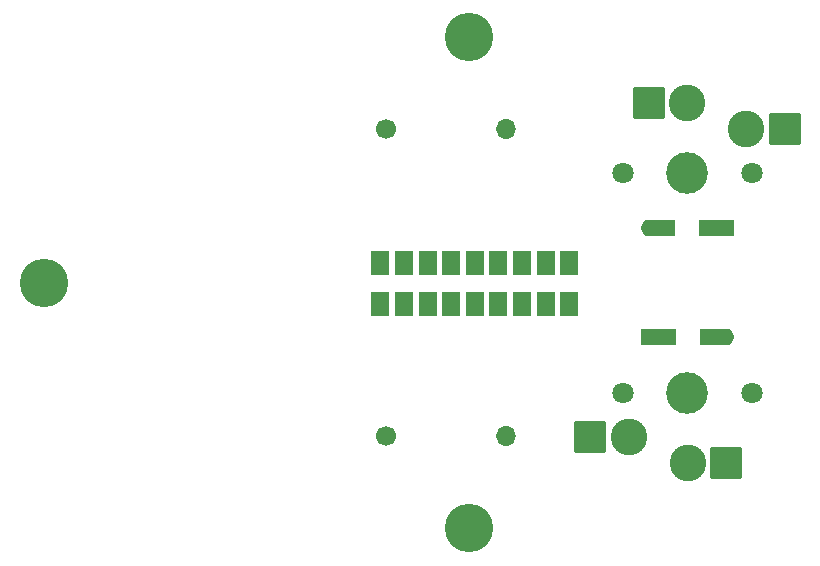
<source format=gbr>
%TF.GenerationSoftware,KiCad,Pcbnew,(6.0.6)*%
%TF.CreationDate,2022-07-28T22:42:36-07:00*%
%TF.ProjectId,right_thumb_routed,72696768-745f-4746-9875-6d625f726f75,v1.0.0*%
%TF.SameCoordinates,Original*%
%TF.FileFunction,Soldermask,Bot*%
%TF.FilePolarity,Negative*%
%FSLAX46Y46*%
G04 Gerber Fmt 4.6, Leading zero omitted, Abs format (unit mm)*
G04 Created by KiCad (PCBNEW (6.0.6)) date 2022-07-28 22:42:36*
%MOMM*%
%LPD*%
G01*
G04 APERTURE LIST*
G04 Aperture macros list*
%AMRoundRect*
0 Rectangle with rounded corners*
0 $1 Rounding radius*
0 $2 $3 $4 $5 $6 $7 $8 $9 X,Y pos of 4 corners*
0 Add a 4 corners polygon primitive as box body*
4,1,4,$2,$3,$4,$5,$6,$7,$8,$9,$2,$3,0*
0 Add four circle primitives for the rounded corners*
1,1,$1+$1,$2,$3*
1,1,$1+$1,$4,$5*
1,1,$1+$1,$6,$7*
1,1,$1+$1,$8,$9*
0 Add four rect primitives between the rounded corners*
20,1,$1+$1,$2,$3,$4,$5,0*
20,1,$1+$1,$4,$5,$6,$7,0*
20,1,$1+$1,$6,$7,$8,$9,0*
20,1,$1+$1,$8,$9,$2,$3,0*%
G04 Aperture macros list end*
%ADD10C,1.700000*%
%ADD11O,1.700000X1.700000*%
%ADD12C,0.600000*%
%ADD13C,4.100000*%
%ADD14C,1.801800*%
%ADD15C,3.100000*%
%ADD16C,3.529000*%
%ADD17RoundRect,0.050000X-1.300000X-1.300000X1.300000X-1.300000X1.300000X1.300000X-1.300000X1.300000X0*%
%ADD18RoundRect,0.050000X-0.750000X1.000000X-0.750000X-1.000000X0.750000X-1.000000X0.750000X1.000000X0*%
%ADD19RoundRect,0.050000X1.300000X1.300000X-1.300000X1.300000X-1.300000X-1.300000X1.300000X-1.300000X0*%
%ADD20RoundRect,0.050000X0.700000X0.650000X-0.700000X0.650000X-0.700000X-0.650000X0.700000X-0.650000X0*%
%ADD21RoundRect,0.050000X0.889000X0.650000X-0.889000X0.650000X-0.889000X-0.650000X0.889000X-0.650000X0*%
%ADD22O,1.878000X1.400000*%
%ADD23RoundRect,0.050000X-0.889000X-0.650000X0.889000X-0.650000X0.889000X0.650000X-0.889000X0.650000X0*%
%ADD24RoundRect,0.050000X-0.700000X-0.650000X0.700000X-0.650000X0.700000X0.650000X-0.700000X0.650000X0*%
G04 APERTURE END LIST*
D10*
%TO.C,R1*%
X64500000Y-39100000D03*
D11*
X74660000Y-39100000D03*
%TD*%
D12*
%TO.C,H15*%
X72560000Y-73944610D03*
X71500000Y-74384610D03*
X71500000Y-71384610D03*
X70000000Y-72884610D03*
X73000000Y-72884610D03*
D13*
X71500000Y-72884610D03*
D12*
X72560000Y-71824610D03*
X70440000Y-71824610D03*
X70440000Y-73944610D03*
%TD*%
%TO.C,H14*%
X70000000Y-31315390D03*
X72560000Y-30255390D03*
X73000000Y-31315390D03*
D13*
X71500000Y-31315390D03*
D12*
X72560000Y-32375390D03*
X71500000Y-29815390D03*
X70440000Y-32375390D03*
X70440000Y-30255390D03*
X71500000Y-32815390D03*
%TD*%
D14*
%TO.C,SW17*%
X95500000Y-42800000D03*
D15*
X89950000Y-36850000D03*
X94950000Y-39050000D03*
D14*
X84500000Y-42800000D03*
D16*
X90000000Y-42800000D03*
D17*
X86725000Y-36850000D03*
X98275000Y-39050000D03*
%TD*%
D18*
%TO.C,J6*%
X64000000Y-53900000D03*
X64000000Y-50400000D03*
X66000000Y-50400000D03*
X66000000Y-53900000D03*
X68000000Y-50400000D03*
X68000000Y-53900000D03*
X70000000Y-50400000D03*
X70000000Y-53900000D03*
X72000000Y-53900000D03*
X72000000Y-50400000D03*
X74000000Y-53900000D03*
X74000000Y-50400000D03*
X76000000Y-50400000D03*
X76000000Y-53900000D03*
X78000000Y-53900000D03*
X78000000Y-50400000D03*
X80000000Y-50400000D03*
X80000000Y-53900000D03*
%TD*%
D15*
%TO.C,SW16*%
X90050000Y-67350000D03*
X85050000Y-65150000D03*
D14*
X95500000Y-61400000D03*
D16*
X90000000Y-61400000D03*
D14*
X84500000Y-61400000D03*
D19*
X93275000Y-67350000D03*
X81725000Y-65150000D03*
%TD*%
D20*
%TO.C,D17*%
X91750000Y-47500000D03*
D21*
X93000000Y-47500000D03*
D22*
X87000000Y-47500000D03*
D20*
X88200000Y-47500000D03*
%TD*%
D10*
%TO.C,R2*%
X64500000Y-65100000D03*
D11*
X74660000Y-65100000D03*
%TD*%
D12*
%TO.C,H13*%
X35500000Y-53600000D03*
X35500000Y-50600000D03*
X34440000Y-51040000D03*
D13*
X35500000Y-52100000D03*
D12*
X36560000Y-53160000D03*
X34440000Y-53160000D03*
X36560000Y-51040000D03*
X34000000Y-52100000D03*
X37000000Y-52100000D03*
%TD*%
D23*
%TO.C,D16*%
X87000000Y-56700000D03*
D24*
X88250000Y-56700000D03*
X91800000Y-56700000D03*
D22*
X93000000Y-56700000D03*
%TD*%
M02*

</source>
